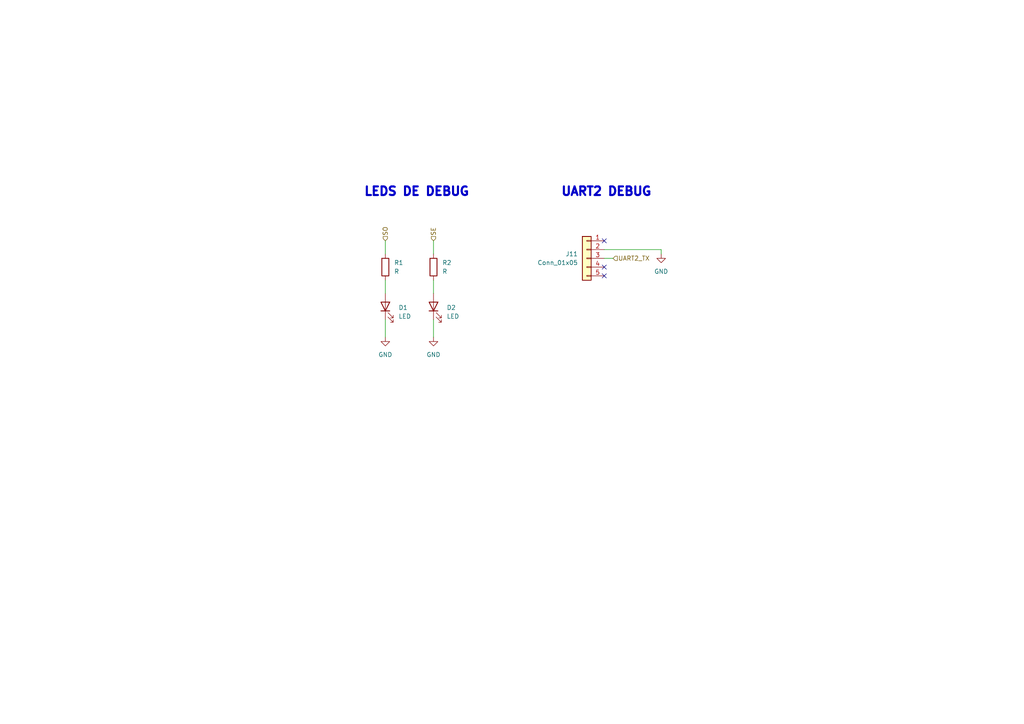
<source format=kicad_sch>
(kicad_sch (version 20230121) (generator eeschema)
  (paper "A4")
  (lib_symbols
    (symbol "Connector_Generic:Conn_01x05" (pin_names (offset 1.016) hide)
      (property "Reference" "J" (at 0 7.62 0))
      (property "Value" "Conn_01x05" (at 0 -7.62 0))
      (symbol "Conn_01x05_1_1"
        (rectangle (start -1.27 -4.953) (end 0 -5.207) (stroke (width 0.1524)))
        (rectangle (start -1.27 -2.413) (end 0 -2.667) (stroke (width 0.1524)))
        (rectangle (start -1.27 0.127) (end 0 -0.127) (stroke (width 0.1524)))
        (rectangle (start -1.27 2.667) (end 0 2.413) (stroke (width 0.1524)))
        (rectangle (start -1.27 5.207) (end 0 4.953) (stroke (width 0.1524)))
        (rectangle (start -1.27 6.35) (end 1.27 -6.35) (stroke (width 0.254)) (fill (type background)))
        (pin passive line (at -5.08 5.08 0) (length 3.81) (name "Pin_1") (number "1"))
        (pin passive line (at -5.08 2.54 0) (length 3.81) (name "Pin_2") (number "2"))
        (pin passive line (at -5.08 0 0) (length 3.81) (name "Pin_3") (number "3"))
        (pin passive line (at -5.08 -2.54 0) (length 3.81) (name "Pin_4") (number "4"))
        (pin passive line (at -5.08 -5.08 0) (length 3.81) (name "Pin_5") (number "5"))
      )
    )
    (symbol "Device:LED" (pin_numbers hide) (pin_names (offset 1.016) hide)
      (property "Reference" "D" (at 0 2.54 0))
      (property "Value" "LED" (at 0 -2.54 0))
      (symbol "LED_0_1"
        (polyline (pts (xy -1.27 -1.27) (xy -1.27 1.27)) (stroke (width 0.254)))
        (polyline (pts (xy -1.27 0) (xy 1.27 0)))
        (polyline (pts (xy 1.27 -1.27) (xy 1.27 1.27) (xy -1.27 0) (xy 1.27 -1.27)) (stroke (width 0.254)))
        (polyline (pts (xy -3.048 -0.762) (xy -4.572 -2.286) (xy -3.81 -2.286) (xy -4.572 -2.286) (xy -4.572 -1.524)))
        (polyline (pts (xy -1.778 -0.762) (xy -3.302 -2.286) (xy -2.54 -2.286) (xy -3.302 -2.286) (xy -3.302 -1.524)))
      )
      (symbol "LED_1_1"
        (pin passive line (at -3.81 0 0) (length 2.54) (name "K") (number "1"))
        (pin passive line (at 3.81 0 180) (length 2.54) (name "A") (number "2"))
      )
    )
    (symbol "Device:R" (pin_numbers hide) (pin_names (offset 0))
      (property "Reference" "R" (at 2.032 0 90))
      (property "Value" "R" (at 0 0 90))
      (symbol "R_0_1"
        (rectangle (start -1.016 -2.54) (end 1.016 2.54) (stroke (width 0.254)))
      )
      (symbol "R_1_1"
        (pin passive line (at 0 3.81 270) (length 1.27) (name "~") (number "1"))
        (pin passive line (at 0 -3.81 90) (length 1.27) (name "~") (number "2"))
      )
    )
    (symbol "power:GND" (power) (pin_names (offset 0))
      (property "Value" "GND" (at 0 -3.81 0))
      (symbol "GND_0_1"
        (polyline (pts (xy 0 0) (xy 0 -1.27) (xy 1.27 -1.27) (xy 0 -2.54) (xy -1.27 -1.27) (xy 0 -1.27)))
      )
      (symbol "GND_1_1"
        (pin power_in line (at 0 0 270) (length 0) hide (name "GND") (number "1"))
      )
    )
  )
  (no_connect (at 175.26 77.47))
  (no_connect (at 175.26 80.01))
  (no_connect (at 175.26 69.85))
  (wire (pts (xy 111.76 92.71) (xy 111.76 97.79)))
  (wire (pts (xy 177.8 74.93) (xy 175.26 74.93)))
  (wire (pts (xy 111.76 69.85) (xy 111.76 73.66)))
  (wire (pts (xy 175.26 72.39) (xy 191.77 72.39)))
  (wire (pts (xy 111.76 81.28) (xy 111.76 85.09)))
  (wire (pts (xy 191.77 72.39) (xy 191.77 73.66)))
  (wire (pts (xy 125.73 69.85) (xy 125.73 73.66)))
  (wire (pts (xy 125.73 92.71) (xy 125.73 97.79)))
  (wire (pts (xy 125.73 81.28) (xy 125.73 85.09)))
  (text "LEDS DE DEBUG\n" (at 105.41 57.15 0) (effects (font (size 2.5 2.5) (thickness 0.6) bold) (justify left bottom)))
  (text "UART2 DEBUG\n" (at 162.56 57.15 0) (effects (font (size 2.5 2.5) (thickness 0.6) bold) (justify left bottom)))
  (hierarchical_label "SO" (shape input) (at 111.76 69.85 90))
  (hierarchical_label "UART2_TX" (shape input) (at 177.8 74.93 0))
  (hierarchical_label "SE" (shape input) (at 125.73 69.85 90))
  (symbol (lib_id "Device:LED") (at 125.73 88.9 90) (unit 1)
    (property "Reference" "D2" (at 129.54 89.2174 90) (effects (justify right)))
    (property "Value" "LED" (at 129.54 91.7574 90) (effects (justify right)))
    (property "Footprint" "LED_THT:LED_D5.0mm" (effects hide))
  )
  (symbol (lib_id "power:GND") (at 125.73 97.79 0) (unit 1)
    (property "Reference" "#PWR019" (effects hide))
    (property "Value" "GND" (at 125.73 102.87 0))
    (instances (project "board_pf_cese" (path "" (reference "#PWR019") (unit 1)) (path "" (reference "#PWR010") (unit 1))))
  )
  (symbol (lib_id "Connector_Generic:Conn_01x05") (at 170.18 74.93 0) (mirror y) (unit 1)
    (property "Reference" "J11" (at 167.64 73.66 0) (effects (justify left)))
    (property "Value" "Conn_01x05" (at 167.64 76.2 0) (effects (justify left)))
    (property "Footprint" "Connector_PinSocket_2.54mm:PinSocket_1x05_P2.54mm_Vertical" (effects hide))
  )
  (symbol (lib_id "power:GND") (at 111.76 97.79 0) (unit 1)
    (property "Reference" "#PWR017" (effects hide))
    (property "Value" "GND" (at 111.76 102.87 0))
    (instances (project "board_pf_cese" (path "" (reference "#PWR017") (unit 1)) (path "" (reference "#PWR09") (unit 1))))
  )
  (symbol (lib_id "power:GND") (at 191.77 73.66 0) (unit 1)
    (property "Reference" "#PWR023" (effects hide))
    (property "Value" "GND" (at 191.77 78.74 0))
    (instances (project "board_pf_cese" (path "" (reference "#PWR023") (unit 1)) (path "" (reference "#PWR026") (unit 1))))
  )
  (symbol (lib_id "Device:R") (at 125.73 77.47 0) (unit 1)
    (property "Reference" "R2" (at 128.27 76.1999 0) (effects (justify left)))
    (property "Value" "R" (at 128.27 78.7399 0) (effects (justify left)))
    (property "Footprint" "Resistor_THT:R_Axial_DIN0207_L6.3mm_D2.5mm_P10.16mm_Horizontal" (effects hide))
  )
  (symbol (lib_id "Device:LED") (at 111.76 88.9 90) (unit 1)
    (property "Reference" "D1" (at 115.57 89.2174 90) (effects (justify right)))
    (property "Value" "LED" (at 115.57 91.7574 90) (effects (justify right)))
    (property "Footprint" "LED_THT:LED_D5.0mm" (effects hide))
  )
  (symbol (lib_id "Device:R") (at 111.76 77.47 0) (unit 1)
    (property "Reference" "R1" (at 114.3 76.1999 0) (effects (justify left)))
    (property "Value" "R" (at 114.3 78.7399 0) (effects (justify left)))
    (property "Footprint" "Resistor_THT:R_Axial_DIN0207_L6.3mm_D2.5mm_P10.16mm_Horizontal" (effects hide))
  )
)
</source>
